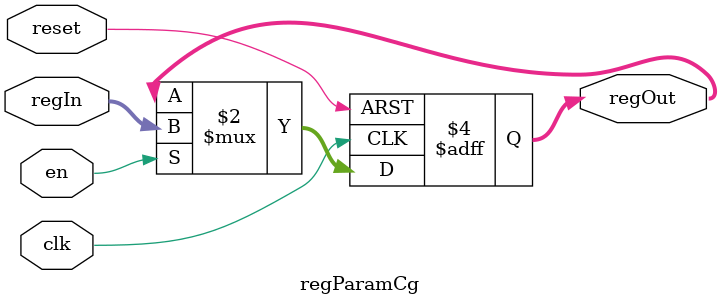
<source format=v>
`ifndef REGPARAMCG_H
`define REGPARAMCG_H

/*
Pipelined registers with feature of clock gating
or clock enable for stalling the flow
*/

module regParamCg
#(
	//register width
	parameter WIDTH=8
)
(
	input wire [WIDTH-1:0] regIn
	,input wire clk,reset
	,input wire en
	,output reg [WIDTH-1:0] regOut
);
	always @(posedge clk,posedge reset)
	begin
		if(reset)
			regOut<=0;
		else if(en)
			regOut<=regIn;
	end
endmodule 

`endif //REGPARAMCG_H
</source>
